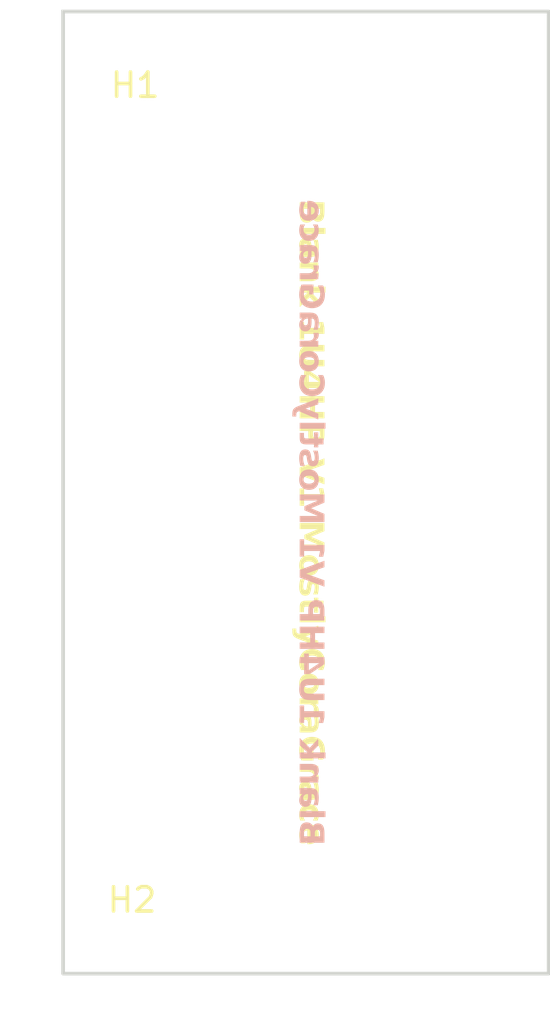
<source format=kicad_pcb>
(kicad_pcb (version 20240108) (generator "pcbnew") (generator_version "8.0")
  (layers (0 "F.Cu" signal) (31 "B.Cu" signal) (34 "B.Paste" user) (35 "F.Paste" user) (36 "B.SilkS" user "B.Silkscreen") (37 "F.SilkS" user "F.Silkscreen") (38 "B.Mask" user) (39 "F.Mask" user) (44 "Edge.Cuts" user))
  (net 0 "")
  (footprint "EXC:MountingHole_3.2mm_M3" (layer "F.Cu") (at 7.62 5.425)
    (property "Reference" "H1" (at -3.556 0.036 0) (layer "F.SilkS") (effects (justify right)))
    (property "Value" "Eurorack_M3_MountingHole")
    (pad "" np_thru_hole oval (at 0 0) (size 4.8 3.2) (drill oval 4.8 3.2) (layers "F&B.Cu" "*.Mask"))
  )
  (footprint "EXC:MountingHole_3.2mm_M3" (layer "F.Cu") (at 7.62 39.075)
    (property "Reference" "H2" (at -3.683 -0.036 0) (layer "F.SilkS") (effects (justify right)))
    (property "Value" "Eurorack_M3_MountingHole")
    (pad "" np_thru_hole oval (at 0 0) (size 4.8 3.2) (drill oval 4.8 3.2) (layers "F&B.Cu" "*.Mask"))
  )
  (gr_rect (start 0 2.425) (end 20 42.075) (stroke (width 0.15)) (fill none) (layer "Edge.Cuts"))
  (gr_text "Blank 1U4HP V1 MostlyCoraGrace" (at 10.16 10.16 270) (layer "B.SilkS") (effects (font (size 1 1) (thickness 0.25) (bold yes)) (justify right mirror)))
  (gr_text "Blank 1U4HP V1 MostlyCoraGrace" (at 10.16 10.16 270) (layer "F.SilkS") (effects (font (size 1 1) (thickness 0.25) (bold yes)) (justify left)))
)
</source>
